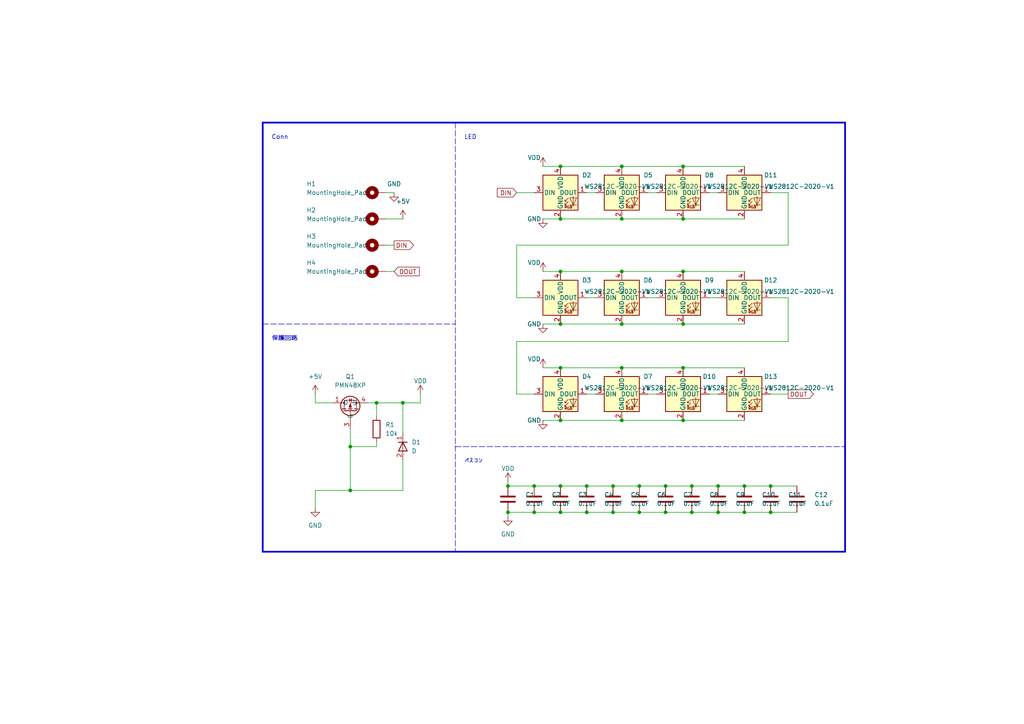
<source format=kicad_sch>
(kicad_sch (version 20211123) (generator eeschema)
  (paper "A4")
  (lib_symbols
    (symbol "D_3" (pin_names (offset 1.016) hide)
      (property "Reference" "D" (at 0 2.54 0))
      (property "Value" "D_3" (at 0 -2.54 0))
      (symbol "D_3_0_1"
        (polyline (pts (xy -1.27 1.27) (xy -1.27 -1.27)) (stroke (width 0.254)))
        (polyline (pts (xy 1.27 0) (xy -1.27 0)))
        (polyline (pts (xy 1.27 1.27) (xy 1.27 -1.27) (xy -1.27 0) (xy 1.27 1.27)) (stroke (width 0.254)))
      )
      (symbol "D_3_1_1"
        (pin passive line (at -3.81 0 0) (length 2.54) (name "K") (number "1"))
        (pin passive line (at 3.81 0 180) (length 2.54) (name "A") (number "2"))
      )
    )
    (symbol "Device:C" (pin_numbers hide) (pin_names (offset 0.254))
      (property "Reference" "C" (at 0.635 2.54 0))
      (property "Value" "C" (at 0.635 -2.54 0))
      (symbol "C_0_1"
        (polyline (pts (xy -2.032 -0.762) (xy 2.032 -0.762)) (stroke (width 0.508)))
        (polyline (pts (xy -2.032 0.762) (xy 2.032 0.762)) (stroke (width 0.508)))
      )
      (symbol "C_1_1"
        (pin passive line (at 0 3.81 270) (length 2.794) (name "~") (number "1"))
        (pin passive line (at 0 -3.81 90) (length 2.794) (name "~") (number "2"))
      )
    )
    (symbol "Device:R" (pin_numbers hide) (pin_names (offset 0))
      (property "Reference" "R" (at 2.032 0 90))
      (property "Value" "R" (at 0 0 90))
      (symbol "R_0_1"
        (rectangle (start -1.016 -2.54) (end 1.016 2.54) (stroke (width 0.254)))
      )
      (symbol "R_1_1"
        (pin passive line (at 0 3.81 270) (length 1.27) (name "~") (number "1"))
        (pin passive line (at 0 -3.81 90) (length 1.27) (name "~") (number "2"))
      )
    )
    (symbol "Mechanical:MountingHole_Pad" (pin_numbers hide) (pin_names (offset 1.016) hide)
      (property "Reference" "H" (at 0 6.35 0))
      (property "Value" "MountingHole_Pad" (at 0 4.445 0))
      (symbol "MountingHole_Pad_0_1"
        (circle (center 0 1.27) (radius 1.27) (stroke (width 1.27)))
      )
      (symbol "MountingHole_Pad_1_1"
        (pin input line (at 0 -2.54 90) (length 2.54) (name "1") (number "1"))
      )
    )
    (symbol "NeoPixel:WS2812C-2020-V1" (pin_names (offset 0.254))
      (property "Reference" "D" (at 5.08 5.715 0))
      (property "Value" "WS2812C-2020-V1" (at 1.27 -5.715 0))
      (symbol "WS2812C-2020-V1_0_0"
        (text "RGB" (at 2.286 -4.191 0) (effects (font (size 0.762 0.762))))
      )
      (symbol "WS2812C-2020-V1_0_1"
        (polyline (pts (xy 1.27 -3.556) (xy 1.778 -3.556)))
        (polyline (pts (xy 1.27 -2.54) (xy 1.778 -2.54)))
        (polyline (pts (xy 4.699 -3.556) (xy 2.667 -3.556)))
        (polyline (pts (xy 2.286 -2.54) (xy 1.27 -3.556) (xy 1.27 -3.048)))
        (polyline (pts (xy 2.286 -1.524) (xy 1.27 -2.54) (xy 1.27 -2.032)))
        (polyline (pts (xy 3.683 -1.016) (xy 3.683 -3.556) (xy 3.683 -4.064)))
        (polyline (pts (xy 4.699 -1.524) (xy 2.667 -1.524) (xy 3.683 -3.556) (xy 4.699 -1.524)))
        (rectangle (start 5.08 5.08) (end -5.08 -5.08) (stroke (width 0.254)) (fill (type background)))
      )
      (symbol "WS2812C-2020-V1_1_1"
        (pin output line (at 7.62 0 180) (length 2.54) (name "DOUT") (number "1"))
        (pin power_in line (at 0 -7.62 90) (length 2.54) (name "GND") (number "2"))
        (pin input line (at -7.62 0 0) (length 2.54) (name "DIN") (number "3"))
        (pin power_in line (at 0 7.62 270) (length 2.54) (name "VDD") (number "4"))
      )
    )
    (symbol "PMN48XP_1"
      (property "Reference" "Q" (at 5.08 2.54 0))
      (property "Value" "PMN48XP_1" (at 5.08 0 0))
      (symbol "PMN48XP_1_0_1"
        (polyline (pts (xy 0.254 0) (xy -2.54 0)))
        (polyline (pts (xy 0.254 1.905) (xy 0.254 -1.905)) (stroke (width 0.254)))
        (polyline (pts (xy 0.762 -1.27) (xy 0.762 -2.286)) (stroke (width 0.254)))
        (polyline (pts (xy 0.762 0.508) (xy 0.762 -0.508)) (stroke (width 0.254)))
        (polyline (pts (xy 0.762 2.286) (xy 0.762 1.27)) (stroke (width 0.254)))
        (polyline (pts (xy 2.54 2.54) (xy 2.54 1.778)))
        (polyline (pts (xy 2.54 -2.54) (xy 2.54 0) (xy 0.762 0)))
        (polyline (pts (xy 0.762 1.778) (xy 3.302 1.778) (xy 3.302 -1.778) (xy 0.762 -1.778)))
        (polyline (pts (xy 2.286 0) (xy 1.27 0.381) (xy 1.27 -0.381) (xy 2.286 0)) (fill (type outline)))
        (polyline (pts (xy 2.794 -0.508) (xy 2.921 -0.381) (xy 3.683 -0.381) (xy 3.81 -0.254)))
        (polyline (pts (xy 3.302 -0.381) (xy 2.921 0.254) (xy 3.683 0.254) (xy 3.302 -0.381)))
        (circle (center 1.651 0) (radius 2.794) (stroke (width 0.254)))
        (circle (center 2.54 -1.778) (radius 0.254) (fill (type outline)))
        (circle (center 2.54 1.778) (radius 0.254) (fill (type outline)))
      )
      (symbol "PMN48XP_1_1_1"
        (pin passive line (at 2.54 5.08 270) (length 2.54) (name "D") (number "1"))
        (pin passive line (at 2.54 5.08 270) (length 2.54) hide (name "D") (number "2"))
        (pin passive line (at -5.08 0 0) (length 2.54) (name "G") (number "3"))
        (pin passive line (at 2.54 -5.08 90) (length 2.54) (name "S") (number "4"))
        (pin passive line (at 2.54 5.08 270) (length 2.54) hide (name "D") (number "5"))
        (pin passive line (at 2.54 5.08 270) (length 2.54) hide (name "D") (number "6"))
      )
    )
    (symbol "power:+5V" (power) (pin_names (offset 0))
      (property "Value" "+5V" (at 0 3.556 0))
      (symbol "+5V_0_1"
        (polyline (pts (xy -0.762 1.27) (xy 0 2.54)))
        (polyline (pts (xy 0 0) (xy 0 2.54)))
        (polyline (pts (xy 0 2.54) (xy 0.762 1.27)))
      )
      (symbol "+5V_1_1"
        (pin power_in line (at 0 0 90) (length 0) hide (name "+5V") (number "1"))
      )
    )
    (symbol "power:GND" (power) (pin_names (offset 0))
      (property "Value" "GND" (at 0 -3.81 0))
      (symbol "GND_0_1"
        (polyline (pts (xy 0 0) (xy 0 -1.27) (xy 1.27 -1.27) (xy 0 -2.54) (xy -1.27 -1.27) (xy 0 -1.27)))
      )
      (symbol "GND_1_1"
        (pin power_in line (at 0 0 270) (length 0) hide (name "GND") (number "1"))
      )
    )
    (symbol "power:VDD" (power) (pin_names (offset 0))
      (property "Value" "VDD" (at 0 3.81 0))
      (symbol "VDD_0_1"
        (polyline (pts (xy -0.762 1.27) (xy 0 2.54)))
        (polyline (pts (xy 0 0) (xy 0 2.54)))
        (polyline (pts (xy 0 2.54) (xy 0.762 1.27)))
      )
      (symbol "VDD_1_1"
        (pin power_in line (at 0 0 90) (length 0) hide (name "VDD") (number "1"))
      )
    )
  )
  (junction (at 162.56 63.5))
  (junction (at 116.84 116.84))
  (junction (at 208.28 148.59))
  (junction (at 193.04 148.59))
  (junction (at 223.52 148.59))
  (junction (at 200.66 140.97))
  (junction (at 162.56 121.92))
  (junction (at 208.28 140.97))
  (junction (at 198.12 121.92))
  (junction (at 109.22 116.84))
  (junction (at 193.04 140.97))
  (junction (at 177.8 140.97))
  (junction (at 154.94 148.59))
  (junction (at 162.56 93.98))
  (junction (at 162.56 140.97))
  (junction (at 180.34 121.92))
  (junction (at 180.34 106.68))
  (junction (at 215.9 140.97))
  (junction (at 101.6 129.54))
  (junction (at 170.18 140.97))
  (junction (at 185.42 140.97))
  (junction (at 180.34 78.74))
  (junction (at 223.52 140.97))
  (junction (at 200.66 148.59))
  (junction (at 198.12 93.98))
  (junction (at 185.42 148.59))
  (junction (at 162.56 148.59))
  (junction (at 147.32 148.59))
  (junction (at 154.94 140.97))
  (junction (at 147.32 140.97))
  (junction (at 215.9 148.59))
  (junction (at 198.12 63.5))
  (junction (at 180.34 63.5))
  (junction (at 162.56 48.26))
  (junction (at 198.12 106.68))
  (junction (at 170.18 148.59))
  (junction (at 180.34 93.98))
  (junction (at 180.34 48.26))
  (junction (at 198.12 48.26))
  (junction (at 177.8 148.59))
  (junction (at 198.12 78.74))
  (junction (at 162.56 78.74))
  (junction (at 101.6 142.24))
  (junction (at 162.56 106.68))
  (wire (pts (xy 205.74 114.3) (xy 208.28 114.3)))
  (wire (pts (xy 162.56 148.59) (xy 170.18 148.59)))
  (wire (pts (xy 198.12 78.74) (xy 215.9 78.74)))
  (wire (pts (xy 180.34 106.68) (xy 198.12 106.68)))
  (wire (pts (xy 170.18 55.88) (xy 172.72 55.88)))
  (wire (pts (xy 101.6 142.24) (xy 116.84 142.24)))
  (wire (pts (xy 147.32 148.59) (xy 154.94 148.59)))
  (wire (pts (xy 109.22 129.54) (xy 101.6 129.54)))
  (wire (pts (xy 215.9 148.59) (xy 223.52 148.59)))
  (wire (pts (xy 223.52 140.97) (xy 231.14 140.97)))
  (wire (pts (xy 193.04 148.59) (xy 200.66 148.59)))
  (wire (pts (xy 170.18 86.36) (xy 172.72 86.36)))
  (wire (pts (xy 205.74 55.88) (xy 208.28 55.88)))
  (wire (pts (xy 149.86 71.12) (xy 149.86 86.36)))
  (wire (pts (xy 157.48 63.5) (xy 162.56 63.5)))
  (wire (pts (xy 170.18 114.3) (xy 172.72 114.3)))
  (wire (pts (xy 200.66 148.59) (xy 208.28 148.59)))
  (wire (pts (xy 162.56 48.26) (xy 180.34 48.26)))
  (wire (pts (xy 101.6 129.54) (xy 101.6 142.24)))
  (wire (pts (xy 154.94 148.59) (xy 162.56 148.59)))
  (wire (pts (xy 208.28 140.97) (xy 215.9 140.97)))
  (wire (pts (xy 177.8 148.59) (xy 185.42 148.59)))
  (wire (pts (xy 198.12 106.68) (xy 215.9 106.68)))
  (wire (pts (xy 223.52 148.59) (xy 231.14 148.59)))
  (wire (pts (xy 187.96 114.3) (xy 190.5 114.3)))
  (wire (pts (xy 157.48 93.98) (xy 162.56 93.98)))
  (polyline (pts (xy 245.11 160.02) (xy 76.2 160.02)) (stroke (width 0.5) (type solid)))
  (wire (pts (xy 162.56 78.74) (xy 180.34 78.74)))
  (wire (pts (xy 116.84 116.84) (xy 121.92 116.84)))
  (wire (pts (xy 157.48 121.92) (xy 162.56 121.92)))
  (wire (pts (xy 162.56 106.68) (xy 180.34 106.68)))
  (wire (pts (xy 109.22 116.84) (xy 109.22 120.65)))
  (wire (pts (xy 147.32 140.97) (xy 154.94 140.97)))
  (wire (pts (xy 149.86 99.06) (xy 149.86 114.3)))
  (polyline (pts (xy 76.2 35.56) (xy 245.11 35.56)) (stroke (width 0.5) (type solid)))
  (wire (pts (xy 228.6 86.36) (xy 223.52 86.36)))
  (wire (pts (xy 177.8 140.97) (xy 185.42 140.97)))
  (wire (pts (xy 162.56 93.98) (xy 180.34 93.98)))
  (wire (pts (xy 187.96 55.88) (xy 190.5 55.88)))
  (wire (pts (xy 101.6 124.46) (xy 101.6 129.54)))
  (wire (pts (xy 157.48 78.74) (xy 162.56 78.74)))
  (wire (pts (xy 147.32 139.7) (xy 147.32 140.97)))
  (wire (pts (xy 149.86 114.3) (xy 154.94 114.3)))
  (wire (pts (xy 147.32 148.59) (xy 147.32 149.86)))
  (wire (pts (xy 170.18 148.59) (xy 177.8 148.59)))
  (wire (pts (xy 185.42 140.97) (xy 193.04 140.97)))
  (polyline (pts (xy 76.2 35.56) (xy 76.2 160.02)) (stroke (width 0.5) (type solid)))
  (wire (pts (xy 149.86 86.36) (xy 154.94 86.36)))
  (wire (pts (xy 228.6 71.12) (xy 149.86 71.12)))
  (polyline (pts (xy 245.11 35.56) (xy 245.11 160.02)) (stroke (width 0.5) (type solid)))
  (wire (pts (xy 193.04 140.97) (xy 200.66 140.97)))
  (wire (pts (xy 116.84 116.84) (xy 116.84 125.73)))
  (wire (pts (xy 180.34 78.74) (xy 198.12 78.74)))
  (wire (pts (xy 91.44 116.84) (xy 96.52 116.84)))
  (polyline (pts (xy 132.08 129.54) (xy 245.11 129.54)))
  (wire (pts (xy 180.34 93.98) (xy 198.12 93.98)))
  (wire (pts (xy 228.6 55.88) (xy 228.6 71.12)))
  (wire (pts (xy 170.18 140.97) (xy 177.8 140.97)))
  (wire (pts (xy 208.28 148.59) (xy 215.9 148.59)))
  (wire (pts (xy 223.52 114.3) (xy 228.6 114.3)))
  (wire (pts (xy 116.84 133.35) (xy 116.84 142.24)))
  (wire (pts (xy 198.12 121.92) (xy 215.9 121.92)))
  (wire (pts (xy 198.12 63.5) (xy 215.9 63.5)))
  (wire (pts (xy 200.66 140.97) (xy 208.28 140.97)))
  (wire (pts (xy 109.22 116.84) (xy 116.84 116.84)))
  (wire (pts (xy 205.74 86.36) (xy 208.28 86.36)))
  (polyline (pts (xy 132.08 35.56) (xy 132.08 160.02)))
  (wire (pts (xy 157.48 48.26) (xy 162.56 48.26)))
  (wire (pts (xy 91.44 142.24) (xy 91.44 147.32)))
  (wire (pts (xy 185.42 148.59) (xy 193.04 148.59)))
  (wire (pts (xy 198.12 48.26) (xy 215.9 48.26)))
  (wire (pts (xy 109.22 128.27) (xy 109.22 129.54)))
  (wire (pts (xy 180.34 63.5) (xy 198.12 63.5)))
  (wire (pts (xy 198.12 93.98) (xy 215.9 93.98)))
  (wire (pts (xy 121.92 114.3) (xy 121.92 116.84)))
  (wire (pts (xy 154.94 140.97) (xy 162.56 140.97)))
  (wire (pts (xy 111.76 71.12) (xy 114.3 71.12)))
  (wire (pts (xy 111.76 63.5) (xy 116.84 63.5)))
  (wire (pts (xy 162.56 121.92) (xy 180.34 121.92)))
  (wire (pts (xy 215.9 140.97) (xy 223.52 140.97)))
  (wire (pts (xy 162.56 140.97) (xy 170.18 140.97)))
  (wire (pts (xy 111.76 78.74) (xy 114.3 78.74)))
  (wire (pts (xy 157.48 106.68) (xy 162.56 106.68)))
  (wire (pts (xy 91.44 114.3) (xy 91.44 116.84)))
  (polyline (pts (xy 76.2 93.98) (xy 132.08 93.98)))
  (wire (pts (xy 228.6 86.36) (xy 228.6 99.06)))
  (wire (pts (xy 162.56 63.5) (xy 180.34 63.5)))
  (wire (pts (xy 180.34 121.92) (xy 198.12 121.92)))
  (wire (pts (xy 228.6 55.88) (xy 223.52 55.88)))
  (wire (pts (xy 187.96 86.36) (xy 190.5 86.36)))
  (wire (pts (xy 111.76 55.88) (xy 114.3 55.88)))
  (wire (pts (xy 101.6 142.24) (xy 91.44 142.24)))
  (wire (pts (xy 228.6 99.06) (xy 149.86 99.06)))
  (wire (pts (xy 149.86 55.88) (xy 154.94 55.88)))
  (wire (pts (xy 106.68 116.84) (xy 109.22 116.84)))
  (wire (pts (xy 180.34 48.26) (xy 198.12 48.26)))
  (text "パスコン" (at 134.62 134.62 0) (effects (font (size 1.27 1.27)) (justify left bottom)))
  (text "保護回路" (at 78.74 99.06 0) (effects (font (size 1.27 1.27)) (justify left bottom)))
  (text "LED" (at 134.62 40.64 0) (effects (font (size 1.27 1.27)) (justify left bottom)))
  (text "Conn" (at 78.74 40.64 0) (effects (font (size 1.27 1.27)) (justify left bottom)))
  (global_label "DOUT" (shape input) (at 114.3 78.74 0) (property "Intersheet References" "${INTERSHEET_REFS}" (effects hide)))
  (global_label "DIN" (shape output) (at 114.3 71.12 0) (property "Intersheet References" "${INTERSHEET_REFS}" (effects hide)))
  (global_label "DIN" (shape input) (at 149.86 55.88 180) (property "Intersheet References" "${INTERSHEET_REFS}" (effects hide)))
  (global_label "DOUT" (shape output) (at 228.6 114.3 0) (property "Intersheet References" "${INTERSHEET_REFS}" (effects hide)))
  (symbol (lib_name "PMN48XP_1") (lib_id "Transistor_FET:PMN48XP") (at 101.6 119.38 90) (unit 1)
    (property "Reference" "Q1" (at 101.6 109.22 90))
    (property "Value" "PMN48XP" (at 101.6 111.76 90))
    (property "Footprint" "TSOP6F:SSM6J808R" (effects hide))
    (property "Datasheet" "https://assets.nexperia.com/documents/data-sheet/PMN48XP.pdf" (effects hide))
  )
  (symbol (lib_id "power:GND") (at 91.44 147.32 0) (unit 1)
    (property "Reference" "#PWR0107" (effects hide))
    (property "Value" "GND" (at 91.44 152.4 0))
  )
  (symbol (lib_id "NeoPixel:WS2812C-2020-V1") (at 180.34 55.88 0) (unit 1)
    (property "Reference" "D5" (at 187.96 50.8 0))
    (property "Value" "WS2812C-2020-V1" (at 196.85 54.0893 0))
    (property "Footprint" "NeoPixel:WS2812C-2020-V1" (effects hide))
  )
  (symbol (lib_id "NeoPixel:WS2812C-2020-V1") (at 162.56 114.3 0) (unit 1)
    (property "Reference" "D4" (at 170.18 109.22 0))
    (property "Value" "WS2812C-2020-V1" (at 179.07 112.5093 0))
    (property "Footprint" "NeoPixel:WS2812C-2020-V1" (effects hide))
  )
  (symbol (lib_id "Device:C") (at 200.66 144.78 0) (unit 1)
    (property "Reference" "C8" (at 205.74 143.51 0) (effects (justify left)))
    (property "Value" "0.1uF" (at 205.74 146.05 0) (effects (justify left)))
    (property "Footprint" "Capacitor_SMD:C_0603_1608Metric_Pad1.08x0.95mm_HandSolder" (effects hide))
  )
  (symbol (lib_id "Device:C") (at 154.94 144.78 0) (unit 1)
    (property "Reference" "C2" (at 160.02 143.51 0) (effects (justify left)))
    (property "Value" "0.1uF" (at 160.02 146.05 0) (effects (justify left)))
    (property "Footprint" "Capacitor_SMD:C_0603_1608Metric_Pad1.08x0.95mm_HandSolder" (effects hide))
  )
  (symbol (lib_id "NeoPixel:WS2812C-2020-V1") (at 198.12 55.88 0) (unit 1)
    (property "Reference" "D8" (at 205.74 50.8 0))
    (property "Value" "WS2812C-2020-V1" (at 214.63 54.0893 0))
    (property "Footprint" "NeoPixel:WS2812C-2020-V1" (effects hide))
  )
  (symbol (lib_id "power:VDD") (at 121.92 114.3 0) (unit 1)
    (property "Reference" "#PWR0108" (effects hide))
    (property "Value" "VDD" (at 121.92 110.49 0))
  )
  (symbol (lib_id "Device:C") (at 193.04 144.78 0) (unit 1)
    (property "Reference" "C7" (at 198.12 143.51 0) (effects (justify left)))
    (property "Value" "0.1uF" (at 198.12 146.05 0) (effects (justify left)))
    (property "Footprint" "Capacitor_SMD:C_0603_1608Metric_Pad1.08x0.95mm_HandSolder" (effects hide))
  )
  (symbol (lib_id "NeoPixel:WS2812C-2020-V1") (at 198.12 86.36 0) (unit 1)
    (property "Reference" "D9" (at 205.74 81.28 0))
    (property "Value" "WS2812C-2020-V1" (at 214.63 84.5693 0))
    (property "Footprint" "NeoPixel:WS2812C-2020-V1" (effects hide))
  )
  (symbol (lib_id "NeoPixel:WS2812C-2020-V1") (at 180.34 114.3 0) (unit 1)
    (property "Reference" "D7" (at 187.96 109.22 0))
    (property "Value" "WS2812C-2020-V1" (at 196.85 112.5093 0))
    (property "Footprint" "NeoPixel:WS2812C-2020-V1" (effects hide))
  )
  (symbol (lib_id "Device:C") (at 215.9 144.78 0) (unit 1)
    (property "Reference" "C10" (at 220.98 143.51 0) (effects (justify left)))
    (property "Value" "0.1uF" (at 220.98 146.05 0) (effects (justify left)))
    (property "Footprint" "Capacitor_SMD:C_0603_1608Metric_Pad1.08x0.95mm_HandSolder" (effects hide))
  )
  (symbol (lib_id "Mechanical:MountingHole_Pad") (at 109.22 78.74 90) (mirror x) (unit 1)
    (property "Reference" "H4" (at 88.9 76.2 90) (effects (justify right)))
    (property "Value" "MountingHole_Pad" (at 88.9 78.74 90) (effects (justify right)))
    (property "Footprint" "TestPoint:TestPoint_THTPad_D2.0mm_Drill1.0mm" (effects hide))
  )
  (symbol (lib_id "power:GND") (at 157.48 63.5 0) (unit 1)
    (property "Reference" "#PWR0104" (effects hide))
    (property "Value" "GND" (at 154.94 63.5 0))
  )
  (symbol (lib_id "NeoPixel:WS2812C-2020-V1") (at 198.12 114.3 0) (unit 1)
    (property "Reference" "D10" (at 205.74 109.22 0))
    (property "Value" "WS2812C-2020-V1" (at 214.63 112.5093 0))
    (property "Footprint" "NeoPixel:WS2812C-2020-V1" (effects hide))
  )
  (symbol (lib_id "power:GND") (at 147.32 149.86 0) (unit 1)
    (property "Reference" "#PWR02" (effects hide))
    (property "Value" "GND" (at 147.32 154.94 0))
  )
  (symbol (lib_id "Device:C") (at 208.28 144.78 0) (unit 1)
    (property "Reference" "C9" (at 213.36 143.51 0) (effects (justify left)))
    (property "Value" "0.1uF" (at 213.36 146.05 0) (effects (justify left)))
    (property "Footprint" "Capacitor_SMD:C_0603_1608Metric_Pad1.08x0.95mm_HandSolder" (effects hide))
  )
  (symbol (lib_id "NeoPixel:WS2812C-2020-V1") (at 180.34 86.36 0) (unit 1)
    (property "Reference" "D6" (at 187.96 81.28 0))
    (property "Value" "WS2812C-2020-V1" (at 196.85 84.5693 0))
    (property "Footprint" "NeoPixel:WS2812C-2020-V1" (effects hide))
  )
  (symbol (lib_id "Device:C") (at 223.52 144.78 0) (unit 1)
    (property "Reference" "C11" (at 228.6 143.51 0) (effects (justify left)))
    (property "Value" "0.1uF" (at 228.6 146.05 0) (effects (justify left)))
    (property "Footprint" "Capacitor_SMD:C_0603_1608Metric_Pad1.08x0.95mm_HandSolder" (effects hide))
  )
  (symbol (lib_id "power:VDD") (at 157.48 78.74 0) (unit 1)
    (property "Reference" "#PWR0102" (effects hide))
    (property "Value" "VDD" (at 154.94 76.2 0))
  )
  (symbol (lib_id "Device:C") (at 170.18 144.78 0) (unit 1)
    (property "Reference" "C4" (at 175.26 143.51 0) (effects (justify left)))
    (property "Value" "0.1uF" (at 175.26 146.05 0) (effects (justify left)))
    (property "Footprint" "Capacitor_SMD:C_0603_1608Metric_Pad1.08x0.95mm_HandSolder" (effects hide))
  )
  (symbol (lib_id "power:GND") (at 157.48 121.92 0) (unit 1)
    (property "Reference" "#PWR0106" (effects hide))
    (property "Value" "GND" (at 154.94 121.92 0))
  )
  (symbol (lib_id "Device:C") (at 231.14 144.78 0) (unit 1)
    (property "Reference" "C12" (at 236.22 143.51 0) (effects (justify left)))
    (property "Value" "0.1uF" (at 236.22 146.05 0) (effects (justify left)))
    (property "Footprint" "Capacitor_SMD:C_0603_1608Metric_Pad1.08x0.95mm_HandSolder" (effects hide))
  )
  (symbol (lib_id "Mechanical:MountingHole_Pad") (at 109.22 63.5 90) (mirror x) (unit 1)
    (property "Reference" "H2" (at 88.9 60.96 90) (effects (justify right)))
    (property "Value" "MountingHole_Pad" (at 88.9 63.5 90) (effects (justify right)))
    (property "Footprint" "TestPoint:TestPoint_THTPad_D2.0mm_Drill1.0mm" (effects hide))
  )
  (symbol (lib_id "Device:C") (at 185.42 144.78 0) (unit 1)
    (property "Reference" "C6" (at 190.5 143.51 0) (effects (justify left)))
    (property "Value" "0.1uF" (at 190.5 146.05 0) (effects (justify left)))
    (property "Footprint" "Capacitor_SMD:C_0603_1608Metric_Pad1.08x0.95mm_HandSolder" (effects hide))
  )
  (symbol (lib_id "power:+5V") (at 91.44 114.3 0) (unit 1)
    (property "Reference" "#PWR0109" (effects hide))
    (property "Value" "+5V" (at 91.44 109.22 0))
  )
  (symbol (lib_id "power:VDD") (at 157.48 48.26 0) (unit 1)
    (property "Reference" "#PWR0105" (effects hide))
    (property "Value" "VDD" (at 154.94 45.72 0))
  )
  (symbol (lib_id "Device:R") (at 109.22 124.46 0) (unit 1)
    (property "Reference" "R1" (at 111.76 123.1899 0) (effects (justify left)))
    (property "Value" "10k" (at 111.76 125.7299 0) (effects (justify left)))
    (property "Footprint" "Resistor_SMD:R_0603_1608Metric_Pad0.98x0.95mm_HandSolder" (effects hide))
  )
  (symbol (lib_id "Mechanical:MountingHole_Pad") (at 109.22 55.88 90) (mirror x) (unit 1)
    (property "Reference" "H1" (at 88.9 53.34 90) (effects (justify right)))
    (property "Value" "MountingHole_Pad" (at 88.9 55.88 90) (effects (justify right)))
    (property "Footprint" "TestPoint:TestPoint_THTPad_2.0x2.0mm_Drill1.0mm" (effects hide))
  )
  (symbol (lib_id "Device:C") (at 162.56 144.78 0) (unit 1)
    (property "Reference" "C3" (at 167.64 143.51 0) (effects (justify left)))
    (property "Value" "0.1uF" (at 167.64 146.05 0) (effects (justify left)))
    (property "Footprint" "Capacitor_SMD:C_0603_1608Metric_Pad1.08x0.95mm_HandSolder" (effects hide))
  )
  (symbol (lib_id "power:+5V") (at 116.84 63.5 0) (unit 1)
    (property "Reference" "#PWR0111" (effects hide))
    (property "Value" "+5V" (at 116.84 58.42 0))
  )
  (symbol (lib_id "NeoPixel:WS2812C-2020-V1") (at 215.9 86.36 0) (unit 1)
    (property "Reference" "D12" (at 223.52 81.28 0))
    (property "Value" "WS2812C-2020-V1" (at 232.41 84.5693 0))
    (property "Footprint" "NeoPixel:WS2812C-2020-V1" (effects hide))
  )
  (symbol (lib_id "NeoPixel:WS2812C-2020-V1") (at 215.9 55.88 0) (unit 1)
    (property "Reference" "D11" (at 223.52 50.8 0))
    (property "Value" "WS2812C-2020-V1" (at 232.41 54.0893 0))
    (property "Footprint" "NeoPixel:WS2812C-2020-V1" (effects hide))
  )
  (symbol (lib_id "power:GND") (at 157.48 93.98 0) (unit 1)
    (property "Reference" "#PWR0101" (effects hide))
    (property "Value" "GND" (at 154.94 93.98 0))
  )
  (symbol (lib_id "power:VDD") (at 147.32 139.7 0) (unit 1)
    (property "Reference" "#PWR01" (effects hide))
    (property "Value" "VDD" (at 147.32 135.89 0))
  )
  (symbol (lib_id "NeoPixel:WS2812C-2020-V1") (at 162.56 55.88 0) (unit 1)
    (property "Reference" "D2" (at 170.18 50.8 0))
    (property "Value" "WS2812C-2020-V1" (at 179.07 54.0893 0))
    (property "Footprint" "NeoPixel:WS2812C-2020-V1" (effects hide))
  )
  (symbol (lib_id "NeoPixel:WS2812C-2020-V1") (at 215.9 114.3 0) (unit 1)
    (property "Reference" "D13" (at 223.52 109.22 0))
    (property "Value" "WS2812C-2020-V1" (at 232.41 112.5093 0))
    (property "Footprint" "NeoPixel:WS2812C-2020-V1" (effects hide))
  )
  (symbol (lib_name "D_3") (lib_id "Device:D") (at 116.84 129.54 270) (unit 1)
    (property "Reference" "D1" (at 119.38 128.2699 90) (effects (justify left)))
    (property "Value" "D" (at 119.38 130.8099 90) (effects (justify left)))
    (property "Footprint" "Diode_SMD:D_SOD-123" (effects hide))
  )
  (symbol (lib_id "NeoPixel:WS2812C-2020-V1") (at 162.56 86.36 0) (unit 1)
    (property "Reference" "D3" (at 170.18 81.28 0))
    (property "Value" "WS2812C-2020-V1" (at 179.07 84.5693 0))
    (property "Footprint" "NeoPixel:WS2812C-2020-V1" (effects hide))
  )
  (symbol (lib_id "power:GND") (at 114.3 55.88 0) (unit 1)
    (property "Reference" "#PWR0112" (effects hide))
    (property "Value" "GND" (at 114.3 53.34 0))
  )
  (symbol (lib_id "Mechanical:MountingHole_Pad") (at 109.22 71.12 90) (mirror x) (unit 1)
    (property "Reference" "H3" (at 88.9 68.58 90) (effects (justify right)))
    (property "Value" "MountingHole_Pad" (at 88.9 71.12 90) (effects (justify right)))
    (property "Footprint" "TestPoint:TestPoint_THTPad_D2.0mm_Drill1.0mm" (effects hide))
  )
  (symbol (lib_id "power:VDD") (at 157.48 106.68 0) (unit 1)
    (property "Reference" "#PWR0103" (effects hide))
    (property "Value" "VDD" (at 154.94 104.14 0))
  )
  (symbol (lib_id "Device:C") (at 147.32 144.78 0) (unit 1)
    (property "Reference" "C1" (at 152.4 143.51 0) (effects (justify left)))
    (property "Value" "0.1uF" (at 152.4 146.05 0) (effects (justify left)))
    (property "Footprint" "Capacitor_SMD:C_0603_1608Metric_Pad1.08x0.95mm_HandSolder" (effects hide))
  )
  (symbol (lib_id "Device:C") (at 177.8 144.78 0) (unit 1)
    (property "Reference" "C5" (at 182.88 143.51 0) (effects (justify left)))
    (property "Value" "0.1uF" (at 182.88 146.05 0) (effects (justify left)))
    (property "Footprint" "Capacitor_SMD:C_0603_1608Metric_Pad1.08x0.95mm_HandSolder" (effects hide))
  )
)
</source>
